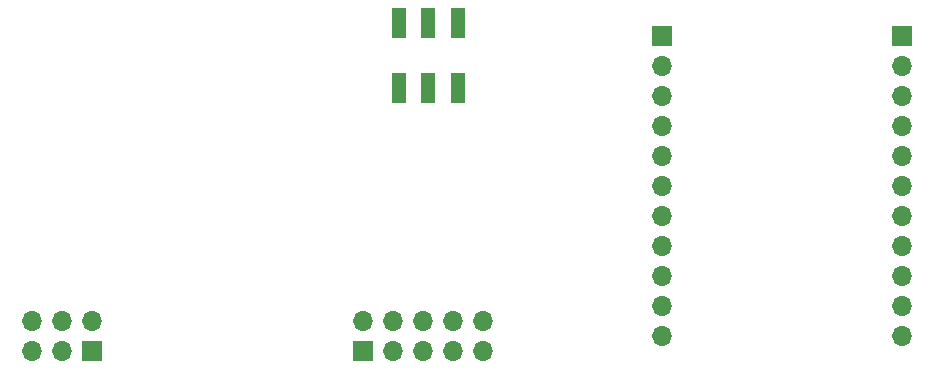
<source format=gts>
G04 #@! TF.GenerationSoftware,KiCad,Pcbnew,6.0.2+dfsg-1*
G04 #@! TF.CreationDate,2023-09-16T20:59:25-06:00*
G04 #@! TF.ProjectId,ckt-dingdong-prog,636b742d-6469-46e6-9764-6f6e672d7072,rev?*
G04 #@! TF.SameCoordinates,Original*
G04 #@! TF.FileFunction,Soldermask,Top*
G04 #@! TF.FilePolarity,Negative*
%FSLAX46Y46*%
G04 Gerber Fmt 4.6, Leading zero omitted, Abs format (unit mm)*
G04 Created by KiCad (PCBNEW 6.0.2+dfsg-1) date 2023-09-16 20:59:25*
%MOMM*%
%LPD*%
G01*
G04 APERTURE LIST*
%ADD10R,1.700000X1.700000*%
%ADD11O,1.700000X1.700000*%
%ADD12R,1.200000X2.500000*%
G04 APERTURE END LIST*
D10*
X88905000Y-115575000D03*
D11*
X88905000Y-113035000D03*
X91445000Y-115575000D03*
X91445000Y-113035000D03*
X93985000Y-115575000D03*
X93985000Y-113035000D03*
X96525000Y-115575000D03*
X96525000Y-113035000D03*
X99065000Y-115575000D03*
X99065000Y-113035000D03*
D10*
X134620000Y-88900000D03*
D11*
X134620000Y-91440000D03*
X134620000Y-93980000D03*
X134620000Y-96520000D03*
X134620000Y-99060000D03*
X134620000Y-101600000D03*
X134620000Y-104140000D03*
X134620000Y-106680000D03*
X134620000Y-109220000D03*
X134620000Y-111760000D03*
X134620000Y-114300000D03*
D10*
X114300000Y-88900000D03*
D11*
X114300000Y-91440000D03*
X114300000Y-93980000D03*
X114300000Y-96520000D03*
X114300000Y-99060000D03*
X114300000Y-101600000D03*
X114300000Y-104140000D03*
X114300000Y-106680000D03*
X114300000Y-109220000D03*
X114300000Y-111760000D03*
X114300000Y-114300000D03*
D12*
X91988000Y-93301000D03*
X94488000Y-93301000D03*
X96988000Y-93301000D03*
X91988000Y-87801000D03*
X94488000Y-87801000D03*
X96988000Y-87801000D03*
D10*
X66025000Y-115575000D03*
D11*
X66025000Y-113035000D03*
X63485000Y-115575000D03*
X63485000Y-113035000D03*
X60945000Y-115575000D03*
X60945000Y-113035000D03*
M02*

</source>
